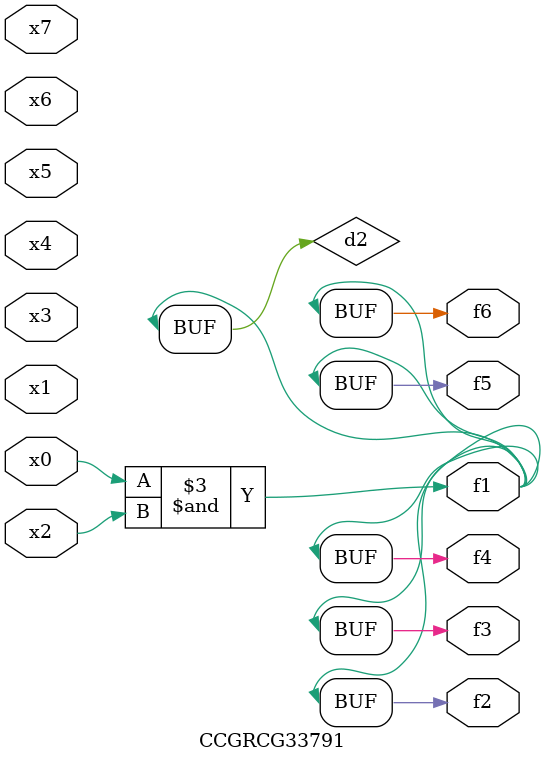
<source format=v>
module CCGRCG33791(
	input x0, x1, x2, x3, x4, x5, x6, x7,
	output f1, f2, f3, f4, f5, f6
);

	wire d1, d2;

	nor (d1, x3, x6);
	and (d2, x0, x2);
	assign f1 = d2;
	assign f2 = d2;
	assign f3 = d2;
	assign f4 = d2;
	assign f5 = d2;
	assign f6 = d2;
endmodule

</source>
